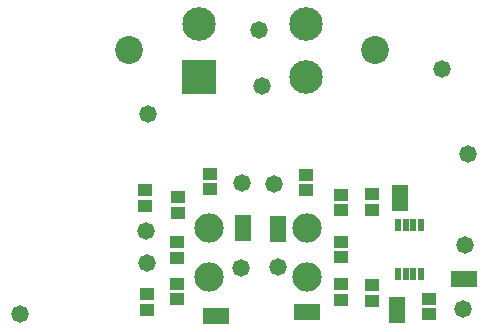
<source format=gbs>
G04*
G04 #@! TF.GenerationSoftware,Altium Limited,Altium Designer,19.1.8 (144)*
G04*
G04 Layer_Color=16711935*
%FSLAX25Y25*%
%MOIN*%
G70*
G01*
G75*
%ADD19R,0.08871X0.05328*%
%ADD21R,0.02454X0.04300*%
%ADD22C,0.09800*%
%ADD23C,0.11194*%
%ADD24C,0.09304*%
%ADD25R,0.11194X0.11194*%
%ADD26C,0.05800*%
%ADD35R,0.05328X0.08871*%
%ADD36R,0.04540X0.04147*%
%ADD37R,0.04737X0.04343*%
D19*
X122900Y7500D02*
D03*
X175500Y18800D02*
D03*
X92600Y6300D02*
D03*
D21*
X161039Y20211D02*
D03*
X158479D02*
D03*
X155921D02*
D03*
X153361D02*
D03*
X161039Y36789D02*
D03*
X158479D02*
D03*
X155921D02*
D03*
X153361D02*
D03*
D22*
X90500Y35800D02*
D03*
Y19300D02*
D03*
X123000Y35800D02*
D03*
Y19300D02*
D03*
D23*
X86895Y103600D02*
D03*
X122800D02*
D03*
Y86080D02*
D03*
D24*
X63847Y94832D02*
D03*
X145855D02*
D03*
D25*
X86895Y86080D02*
D03*
D26*
X69900Y73700D02*
D03*
X168000Y88500D02*
D03*
X107000Y101700D02*
D03*
X107900Y82900D02*
D03*
X112200Y50200D02*
D03*
X101200Y22200D02*
D03*
X113400Y22500D02*
D03*
X101400Y50500D02*
D03*
X176700Y60200D02*
D03*
X69500Y34700D02*
D03*
X27500Y6900D02*
D03*
X69700Y24000D02*
D03*
X175600Y30000D02*
D03*
X175100Y8500D02*
D03*
D35*
X101600Y35600D02*
D03*
X113500Y35433D02*
D03*
X153100Y8200D02*
D03*
X154200Y45600D02*
D03*
D36*
X134400Y11741D02*
D03*
Y16859D02*
D03*
Y41541D02*
D03*
Y46659D02*
D03*
X122600Y53359D02*
D03*
Y48241D02*
D03*
X90600Y53659D02*
D03*
Y48541D02*
D03*
X79800Y17059D02*
D03*
Y11941D02*
D03*
X79900Y45859D02*
D03*
Y40741D02*
D03*
D37*
X144700Y41543D02*
D03*
Y46858D02*
D03*
X134400Y25842D02*
D03*
Y31157D02*
D03*
X144800Y11242D02*
D03*
Y16557D02*
D03*
X163600Y6842D02*
D03*
Y12157D02*
D03*
X69800Y13715D02*
D03*
Y8400D02*
D03*
X69200Y48458D02*
D03*
Y43143D02*
D03*
X79700Y30957D02*
D03*
Y25642D02*
D03*
M02*

</source>
